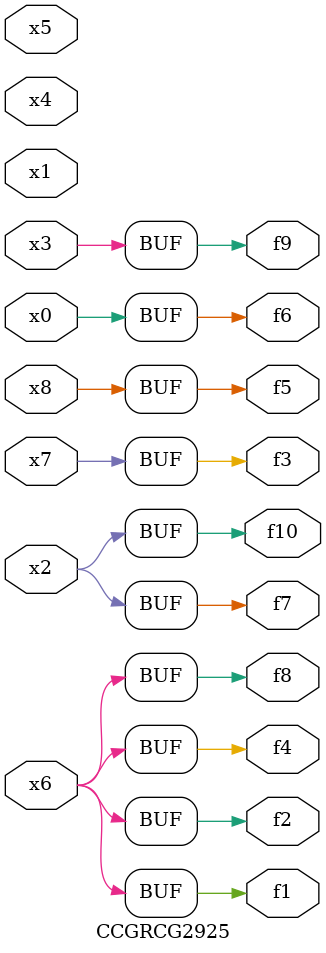
<source format=v>
module CCGRCG2925(
	input x0, x1, x2, x3, x4, x5, x6, x7, x8,
	output f1, f2, f3, f4, f5, f6, f7, f8, f9, f10
);
	assign f1 = x6;
	assign f2 = x6;
	assign f3 = x7;
	assign f4 = x6;
	assign f5 = x8;
	assign f6 = x0;
	assign f7 = x2;
	assign f8 = x6;
	assign f9 = x3;
	assign f10 = x2;
endmodule

</source>
